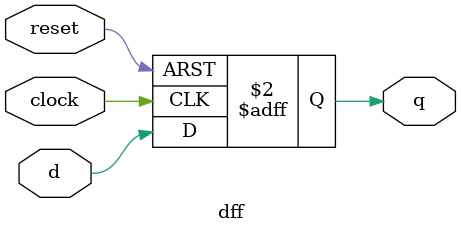
<source format=v>
`timescale 1ns / 1ps


module dff(
    input wire clock,
    input wire reset,
    input wire d,
    output reg q
    );
    
    always @(posedge clock or posedge reset) begin
    if (reset) begin
        q<=1'b0;
    end else begin
        q<=d; 
    end
    end
endmodule

</source>
